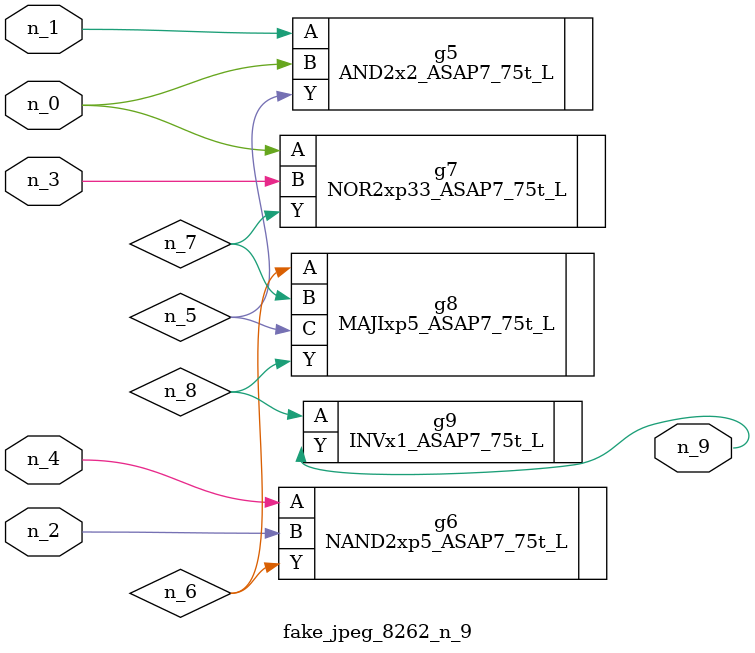
<source format=v>
module fake_jpeg_8262_n_9 (n_3, n_2, n_1, n_0, n_4, n_9);

input n_3;
input n_2;
input n_1;
input n_0;
input n_4;

output n_9;

wire n_8;
wire n_6;
wire n_5;
wire n_7;

AND2x2_ASAP7_75t_L g5 ( 
.A(n_1),
.B(n_0),
.Y(n_5)
);

NAND2xp5_ASAP7_75t_L g6 ( 
.A(n_4),
.B(n_2),
.Y(n_6)
);

NOR2xp33_ASAP7_75t_L g7 ( 
.A(n_0),
.B(n_3),
.Y(n_7)
);

MAJIxp5_ASAP7_75t_L g8 ( 
.A(n_6),
.B(n_7),
.C(n_5),
.Y(n_8)
);

INVx1_ASAP7_75t_L g9 ( 
.A(n_8),
.Y(n_9)
);


endmodule
</source>
